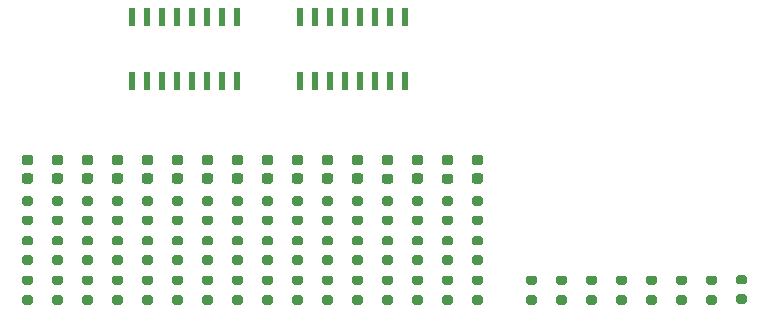
<source format=gbr>
%TF.GenerationSoftware,KiCad,Pcbnew,(5.1.12-1-10_14)*%
%TF.CreationDate,2021-12-12T23:14:55+01:00*%
%TF.ProjectId,Raspberry_modular,52617370-6265-4727-9279-5f6d6f64756c,rev?*%
%TF.SameCoordinates,Original*%
%TF.FileFunction,Paste,Top*%
%TF.FilePolarity,Positive*%
%FSLAX46Y46*%
G04 Gerber Fmt 4.6, Leading zero omitted, Abs format (unit mm)*
G04 Created by KiCad (PCBNEW (5.1.12-1-10_14)) date 2021-12-12 23:14:55*
%MOMM*%
%LPD*%
G01*
G04 APERTURE LIST*
%ADD10R,0.600000X1.650000*%
G04 APERTURE END LIST*
D10*
%TO.C,U3*%
X50762000Y-35362000D03*
X52032000Y-35362000D03*
X53302000Y-35362000D03*
X54572000Y-35362000D03*
X55842000Y-35362000D03*
X57112000Y-35362000D03*
X58382000Y-35362000D03*
X59652000Y-35362000D03*
X59652000Y-40762000D03*
X58382000Y-40762000D03*
X57112000Y-40762000D03*
X55842000Y-40762000D03*
X54572000Y-40762000D03*
X53302000Y-40762000D03*
X52032000Y-40762000D03*
X50762000Y-40762000D03*
%TD*%
%TO.C,U1*%
X36538000Y-35362000D03*
X37808000Y-35362000D03*
X39078000Y-35362000D03*
X40348000Y-35362000D03*
X41618000Y-35362000D03*
X42888000Y-35362000D03*
X44158000Y-35362000D03*
X45428000Y-35362000D03*
X45428000Y-40762000D03*
X44158000Y-40762000D03*
X42888000Y-40762000D03*
X41618000Y-40762000D03*
X40348000Y-40762000D03*
X39078000Y-40762000D03*
X37808000Y-40762000D03*
X36538000Y-40762000D03*
%TD*%
%TO.C,R56*%
G36*
G01*
X80755000Y-59670000D02*
X80205000Y-59670000D01*
G75*
G02*
X80005000Y-59470000I0J200000D01*
G01*
X80005000Y-59070000D01*
G75*
G02*
X80205000Y-58870000I200000J0D01*
G01*
X80755000Y-58870000D01*
G75*
G02*
X80955000Y-59070000I0J-200000D01*
G01*
X80955000Y-59470000D01*
G75*
G02*
X80755000Y-59670000I-200000J0D01*
G01*
G37*
G36*
G01*
X80755000Y-58020000D02*
X80205000Y-58020000D01*
G75*
G02*
X80005000Y-57820000I0J200000D01*
G01*
X80005000Y-57420000D01*
G75*
G02*
X80205000Y-57220000I200000J0D01*
G01*
X80755000Y-57220000D01*
G75*
G02*
X80955000Y-57420000I0J-200000D01*
G01*
X80955000Y-57820000D01*
G75*
G02*
X80755000Y-58020000I-200000J0D01*
G01*
G37*
%TD*%
%TO.C,R55*%
G36*
G01*
X83295000Y-59670000D02*
X82745000Y-59670000D01*
G75*
G02*
X82545000Y-59470000I0J200000D01*
G01*
X82545000Y-59070000D01*
G75*
G02*
X82745000Y-58870000I200000J0D01*
G01*
X83295000Y-58870000D01*
G75*
G02*
X83495000Y-59070000I0J-200000D01*
G01*
X83495000Y-59470000D01*
G75*
G02*
X83295000Y-59670000I-200000J0D01*
G01*
G37*
G36*
G01*
X83295000Y-58020000D02*
X82745000Y-58020000D01*
G75*
G02*
X82545000Y-57820000I0J200000D01*
G01*
X82545000Y-57420000D01*
G75*
G02*
X82745000Y-57220000I200000J0D01*
G01*
X83295000Y-57220000D01*
G75*
G02*
X83495000Y-57420000I0J-200000D01*
G01*
X83495000Y-57820000D01*
G75*
G02*
X83295000Y-58020000I-200000J0D01*
G01*
G37*
%TD*%
%TO.C,R54*%
G36*
G01*
X85835000Y-59670000D02*
X85285000Y-59670000D01*
G75*
G02*
X85085000Y-59470000I0J200000D01*
G01*
X85085000Y-59070000D01*
G75*
G02*
X85285000Y-58870000I200000J0D01*
G01*
X85835000Y-58870000D01*
G75*
G02*
X86035000Y-59070000I0J-200000D01*
G01*
X86035000Y-59470000D01*
G75*
G02*
X85835000Y-59670000I-200000J0D01*
G01*
G37*
G36*
G01*
X85835000Y-58020000D02*
X85285000Y-58020000D01*
G75*
G02*
X85085000Y-57820000I0J200000D01*
G01*
X85085000Y-57420000D01*
G75*
G02*
X85285000Y-57220000I200000J0D01*
G01*
X85835000Y-57220000D01*
G75*
G02*
X86035000Y-57420000I0J-200000D01*
G01*
X86035000Y-57820000D01*
G75*
G02*
X85835000Y-58020000I-200000J0D01*
G01*
G37*
%TD*%
%TO.C,R53*%
G36*
G01*
X88375000Y-59607000D02*
X87825000Y-59607000D01*
G75*
G02*
X87625000Y-59407000I0J200000D01*
G01*
X87625000Y-59007000D01*
G75*
G02*
X87825000Y-58807000I200000J0D01*
G01*
X88375000Y-58807000D01*
G75*
G02*
X88575000Y-59007000I0J-200000D01*
G01*
X88575000Y-59407000D01*
G75*
G02*
X88375000Y-59607000I-200000J0D01*
G01*
G37*
G36*
G01*
X88375000Y-57957000D02*
X87825000Y-57957000D01*
G75*
G02*
X87625000Y-57757000I0J200000D01*
G01*
X87625000Y-57357000D01*
G75*
G02*
X87825000Y-57157000I200000J0D01*
G01*
X88375000Y-57157000D01*
G75*
G02*
X88575000Y-57357000I0J-200000D01*
G01*
X88575000Y-57757000D01*
G75*
G02*
X88375000Y-57957000I-200000J0D01*
G01*
G37*
%TD*%
%TO.C,R52*%
G36*
G01*
X70595000Y-59670000D02*
X70045000Y-59670000D01*
G75*
G02*
X69845000Y-59470000I0J200000D01*
G01*
X69845000Y-59070000D01*
G75*
G02*
X70045000Y-58870000I200000J0D01*
G01*
X70595000Y-58870000D01*
G75*
G02*
X70795000Y-59070000I0J-200000D01*
G01*
X70795000Y-59470000D01*
G75*
G02*
X70595000Y-59670000I-200000J0D01*
G01*
G37*
G36*
G01*
X70595000Y-58020000D02*
X70045000Y-58020000D01*
G75*
G02*
X69845000Y-57820000I0J200000D01*
G01*
X69845000Y-57420000D01*
G75*
G02*
X70045000Y-57220000I200000J0D01*
G01*
X70595000Y-57220000D01*
G75*
G02*
X70795000Y-57420000I0J-200000D01*
G01*
X70795000Y-57820000D01*
G75*
G02*
X70595000Y-58020000I-200000J0D01*
G01*
G37*
%TD*%
%TO.C,R51*%
G36*
G01*
X73135000Y-59670000D02*
X72585000Y-59670000D01*
G75*
G02*
X72385000Y-59470000I0J200000D01*
G01*
X72385000Y-59070000D01*
G75*
G02*
X72585000Y-58870000I200000J0D01*
G01*
X73135000Y-58870000D01*
G75*
G02*
X73335000Y-59070000I0J-200000D01*
G01*
X73335000Y-59470000D01*
G75*
G02*
X73135000Y-59670000I-200000J0D01*
G01*
G37*
G36*
G01*
X73135000Y-58020000D02*
X72585000Y-58020000D01*
G75*
G02*
X72385000Y-57820000I0J200000D01*
G01*
X72385000Y-57420000D01*
G75*
G02*
X72585000Y-57220000I200000J0D01*
G01*
X73135000Y-57220000D01*
G75*
G02*
X73335000Y-57420000I0J-200000D01*
G01*
X73335000Y-57820000D01*
G75*
G02*
X73135000Y-58020000I-200000J0D01*
G01*
G37*
%TD*%
%TO.C,R50*%
G36*
G01*
X75675000Y-59670000D02*
X75125000Y-59670000D01*
G75*
G02*
X74925000Y-59470000I0J200000D01*
G01*
X74925000Y-59070000D01*
G75*
G02*
X75125000Y-58870000I200000J0D01*
G01*
X75675000Y-58870000D01*
G75*
G02*
X75875000Y-59070000I0J-200000D01*
G01*
X75875000Y-59470000D01*
G75*
G02*
X75675000Y-59670000I-200000J0D01*
G01*
G37*
G36*
G01*
X75675000Y-58020000D02*
X75125000Y-58020000D01*
G75*
G02*
X74925000Y-57820000I0J200000D01*
G01*
X74925000Y-57420000D01*
G75*
G02*
X75125000Y-57220000I200000J0D01*
G01*
X75675000Y-57220000D01*
G75*
G02*
X75875000Y-57420000I0J-200000D01*
G01*
X75875000Y-57820000D01*
G75*
G02*
X75675000Y-58020000I-200000J0D01*
G01*
G37*
%TD*%
%TO.C,R49*%
G36*
G01*
X66023000Y-59670000D02*
X65473000Y-59670000D01*
G75*
G02*
X65273000Y-59470000I0J200000D01*
G01*
X65273000Y-59070000D01*
G75*
G02*
X65473000Y-58870000I200000J0D01*
G01*
X66023000Y-58870000D01*
G75*
G02*
X66223000Y-59070000I0J-200000D01*
G01*
X66223000Y-59470000D01*
G75*
G02*
X66023000Y-59670000I-200000J0D01*
G01*
G37*
G36*
G01*
X66023000Y-58020000D02*
X65473000Y-58020000D01*
G75*
G02*
X65273000Y-57820000I0J200000D01*
G01*
X65273000Y-57420000D01*
G75*
G02*
X65473000Y-57220000I200000J0D01*
G01*
X66023000Y-57220000D01*
G75*
G02*
X66223000Y-57420000I0J-200000D01*
G01*
X66223000Y-57820000D01*
G75*
G02*
X66023000Y-58020000I-200000J0D01*
G01*
G37*
%TD*%
%TO.C,R48*%
G36*
G01*
X66023000Y-56305000D02*
X65473000Y-56305000D01*
G75*
G02*
X65273000Y-56105000I0J200000D01*
G01*
X65273000Y-55705000D01*
G75*
G02*
X65473000Y-55505000I200000J0D01*
G01*
X66023000Y-55505000D01*
G75*
G02*
X66223000Y-55705000I0J-200000D01*
G01*
X66223000Y-56105000D01*
G75*
G02*
X66023000Y-56305000I-200000J0D01*
G01*
G37*
G36*
G01*
X66023000Y-54655000D02*
X65473000Y-54655000D01*
G75*
G02*
X65273000Y-54455000I0J200000D01*
G01*
X65273000Y-54055000D01*
G75*
G02*
X65473000Y-53855000I200000J0D01*
G01*
X66023000Y-53855000D01*
G75*
G02*
X66223000Y-54055000I0J-200000D01*
G01*
X66223000Y-54455000D01*
G75*
G02*
X66023000Y-54655000I-200000J0D01*
G01*
G37*
%TD*%
%TO.C,R47*%
G36*
G01*
X66023000Y-52940000D02*
X65473000Y-52940000D01*
G75*
G02*
X65273000Y-52740000I0J200000D01*
G01*
X65273000Y-52340000D01*
G75*
G02*
X65473000Y-52140000I200000J0D01*
G01*
X66023000Y-52140000D01*
G75*
G02*
X66223000Y-52340000I0J-200000D01*
G01*
X66223000Y-52740000D01*
G75*
G02*
X66023000Y-52940000I-200000J0D01*
G01*
G37*
G36*
G01*
X66023000Y-51290000D02*
X65473000Y-51290000D01*
G75*
G02*
X65273000Y-51090000I0J200000D01*
G01*
X65273000Y-50690000D01*
G75*
G02*
X65473000Y-50490000I200000J0D01*
G01*
X66023000Y-50490000D01*
G75*
G02*
X66223000Y-50690000I0J-200000D01*
G01*
X66223000Y-51090000D01*
G75*
G02*
X66023000Y-51290000I-200000J0D01*
G01*
G37*
%TD*%
%TO.C,R46*%
G36*
G01*
X63483000Y-59670000D02*
X62933000Y-59670000D01*
G75*
G02*
X62733000Y-59470000I0J200000D01*
G01*
X62733000Y-59070000D01*
G75*
G02*
X62933000Y-58870000I200000J0D01*
G01*
X63483000Y-58870000D01*
G75*
G02*
X63683000Y-59070000I0J-200000D01*
G01*
X63683000Y-59470000D01*
G75*
G02*
X63483000Y-59670000I-200000J0D01*
G01*
G37*
G36*
G01*
X63483000Y-58020000D02*
X62933000Y-58020000D01*
G75*
G02*
X62733000Y-57820000I0J200000D01*
G01*
X62733000Y-57420000D01*
G75*
G02*
X62933000Y-57220000I200000J0D01*
G01*
X63483000Y-57220000D01*
G75*
G02*
X63683000Y-57420000I0J-200000D01*
G01*
X63683000Y-57820000D01*
G75*
G02*
X63483000Y-58020000I-200000J0D01*
G01*
G37*
%TD*%
%TO.C,R45*%
G36*
G01*
X63483000Y-56305000D02*
X62933000Y-56305000D01*
G75*
G02*
X62733000Y-56105000I0J200000D01*
G01*
X62733000Y-55705000D01*
G75*
G02*
X62933000Y-55505000I200000J0D01*
G01*
X63483000Y-55505000D01*
G75*
G02*
X63683000Y-55705000I0J-200000D01*
G01*
X63683000Y-56105000D01*
G75*
G02*
X63483000Y-56305000I-200000J0D01*
G01*
G37*
G36*
G01*
X63483000Y-54655000D02*
X62933000Y-54655000D01*
G75*
G02*
X62733000Y-54455000I0J200000D01*
G01*
X62733000Y-54055000D01*
G75*
G02*
X62933000Y-53855000I200000J0D01*
G01*
X63483000Y-53855000D01*
G75*
G02*
X63683000Y-54055000I0J-200000D01*
G01*
X63683000Y-54455000D01*
G75*
G02*
X63483000Y-54655000I-200000J0D01*
G01*
G37*
%TD*%
%TO.C,R44*%
G36*
G01*
X63483000Y-52940000D02*
X62933000Y-52940000D01*
G75*
G02*
X62733000Y-52740000I0J200000D01*
G01*
X62733000Y-52340000D01*
G75*
G02*
X62933000Y-52140000I200000J0D01*
G01*
X63483000Y-52140000D01*
G75*
G02*
X63683000Y-52340000I0J-200000D01*
G01*
X63683000Y-52740000D01*
G75*
G02*
X63483000Y-52940000I-200000J0D01*
G01*
G37*
G36*
G01*
X63483000Y-51290000D02*
X62933000Y-51290000D01*
G75*
G02*
X62733000Y-51090000I0J200000D01*
G01*
X62733000Y-50690000D01*
G75*
G02*
X62933000Y-50490000I200000J0D01*
G01*
X63483000Y-50490000D01*
G75*
G02*
X63683000Y-50690000I0J-200000D01*
G01*
X63683000Y-51090000D01*
G75*
G02*
X63483000Y-51290000I-200000J0D01*
G01*
G37*
%TD*%
%TO.C,R43*%
G36*
G01*
X60943000Y-59670000D02*
X60393000Y-59670000D01*
G75*
G02*
X60193000Y-59470000I0J200000D01*
G01*
X60193000Y-59070000D01*
G75*
G02*
X60393000Y-58870000I200000J0D01*
G01*
X60943000Y-58870000D01*
G75*
G02*
X61143000Y-59070000I0J-200000D01*
G01*
X61143000Y-59470000D01*
G75*
G02*
X60943000Y-59670000I-200000J0D01*
G01*
G37*
G36*
G01*
X60943000Y-58020000D02*
X60393000Y-58020000D01*
G75*
G02*
X60193000Y-57820000I0J200000D01*
G01*
X60193000Y-57420000D01*
G75*
G02*
X60393000Y-57220000I200000J0D01*
G01*
X60943000Y-57220000D01*
G75*
G02*
X61143000Y-57420000I0J-200000D01*
G01*
X61143000Y-57820000D01*
G75*
G02*
X60943000Y-58020000I-200000J0D01*
G01*
G37*
%TD*%
%TO.C,R42*%
G36*
G01*
X60943000Y-56305000D02*
X60393000Y-56305000D01*
G75*
G02*
X60193000Y-56105000I0J200000D01*
G01*
X60193000Y-55705000D01*
G75*
G02*
X60393000Y-55505000I200000J0D01*
G01*
X60943000Y-55505000D01*
G75*
G02*
X61143000Y-55705000I0J-200000D01*
G01*
X61143000Y-56105000D01*
G75*
G02*
X60943000Y-56305000I-200000J0D01*
G01*
G37*
G36*
G01*
X60943000Y-54655000D02*
X60393000Y-54655000D01*
G75*
G02*
X60193000Y-54455000I0J200000D01*
G01*
X60193000Y-54055000D01*
G75*
G02*
X60393000Y-53855000I200000J0D01*
G01*
X60943000Y-53855000D01*
G75*
G02*
X61143000Y-54055000I0J-200000D01*
G01*
X61143000Y-54455000D01*
G75*
G02*
X60943000Y-54655000I-200000J0D01*
G01*
G37*
%TD*%
%TO.C,R41*%
G36*
G01*
X60943000Y-52940000D02*
X60393000Y-52940000D01*
G75*
G02*
X60193000Y-52740000I0J200000D01*
G01*
X60193000Y-52340000D01*
G75*
G02*
X60393000Y-52140000I200000J0D01*
G01*
X60943000Y-52140000D01*
G75*
G02*
X61143000Y-52340000I0J-200000D01*
G01*
X61143000Y-52740000D01*
G75*
G02*
X60943000Y-52940000I-200000J0D01*
G01*
G37*
G36*
G01*
X60943000Y-51290000D02*
X60393000Y-51290000D01*
G75*
G02*
X60193000Y-51090000I0J200000D01*
G01*
X60193000Y-50690000D01*
G75*
G02*
X60393000Y-50490000I200000J0D01*
G01*
X60943000Y-50490000D01*
G75*
G02*
X61143000Y-50690000I0J-200000D01*
G01*
X61143000Y-51090000D01*
G75*
G02*
X60943000Y-51290000I-200000J0D01*
G01*
G37*
%TD*%
%TO.C,R40*%
G36*
G01*
X58403000Y-59670000D02*
X57853000Y-59670000D01*
G75*
G02*
X57653000Y-59470000I0J200000D01*
G01*
X57653000Y-59070000D01*
G75*
G02*
X57853000Y-58870000I200000J0D01*
G01*
X58403000Y-58870000D01*
G75*
G02*
X58603000Y-59070000I0J-200000D01*
G01*
X58603000Y-59470000D01*
G75*
G02*
X58403000Y-59670000I-200000J0D01*
G01*
G37*
G36*
G01*
X58403000Y-58020000D02*
X57853000Y-58020000D01*
G75*
G02*
X57653000Y-57820000I0J200000D01*
G01*
X57653000Y-57420000D01*
G75*
G02*
X57853000Y-57220000I200000J0D01*
G01*
X58403000Y-57220000D01*
G75*
G02*
X58603000Y-57420000I0J-200000D01*
G01*
X58603000Y-57820000D01*
G75*
G02*
X58403000Y-58020000I-200000J0D01*
G01*
G37*
%TD*%
%TO.C,R39*%
G36*
G01*
X58403000Y-56305000D02*
X57853000Y-56305000D01*
G75*
G02*
X57653000Y-56105000I0J200000D01*
G01*
X57653000Y-55705000D01*
G75*
G02*
X57853000Y-55505000I200000J0D01*
G01*
X58403000Y-55505000D01*
G75*
G02*
X58603000Y-55705000I0J-200000D01*
G01*
X58603000Y-56105000D01*
G75*
G02*
X58403000Y-56305000I-200000J0D01*
G01*
G37*
G36*
G01*
X58403000Y-54655000D02*
X57853000Y-54655000D01*
G75*
G02*
X57653000Y-54455000I0J200000D01*
G01*
X57653000Y-54055000D01*
G75*
G02*
X57853000Y-53855000I200000J0D01*
G01*
X58403000Y-53855000D01*
G75*
G02*
X58603000Y-54055000I0J-200000D01*
G01*
X58603000Y-54455000D01*
G75*
G02*
X58403000Y-54655000I-200000J0D01*
G01*
G37*
%TD*%
%TO.C,R38*%
G36*
G01*
X58403000Y-52940000D02*
X57853000Y-52940000D01*
G75*
G02*
X57653000Y-52740000I0J200000D01*
G01*
X57653000Y-52340000D01*
G75*
G02*
X57853000Y-52140000I200000J0D01*
G01*
X58403000Y-52140000D01*
G75*
G02*
X58603000Y-52340000I0J-200000D01*
G01*
X58603000Y-52740000D01*
G75*
G02*
X58403000Y-52940000I-200000J0D01*
G01*
G37*
G36*
G01*
X58403000Y-51290000D02*
X57853000Y-51290000D01*
G75*
G02*
X57653000Y-51090000I0J200000D01*
G01*
X57653000Y-50690000D01*
G75*
G02*
X57853000Y-50490000I200000J0D01*
G01*
X58403000Y-50490000D01*
G75*
G02*
X58603000Y-50690000I0J-200000D01*
G01*
X58603000Y-51090000D01*
G75*
G02*
X58403000Y-51290000I-200000J0D01*
G01*
G37*
%TD*%
%TO.C,R37*%
G36*
G01*
X55863000Y-59670000D02*
X55313000Y-59670000D01*
G75*
G02*
X55113000Y-59470000I0J200000D01*
G01*
X55113000Y-59070000D01*
G75*
G02*
X55313000Y-58870000I200000J0D01*
G01*
X55863000Y-58870000D01*
G75*
G02*
X56063000Y-59070000I0J-200000D01*
G01*
X56063000Y-59470000D01*
G75*
G02*
X55863000Y-59670000I-200000J0D01*
G01*
G37*
G36*
G01*
X55863000Y-58020000D02*
X55313000Y-58020000D01*
G75*
G02*
X55113000Y-57820000I0J200000D01*
G01*
X55113000Y-57420000D01*
G75*
G02*
X55313000Y-57220000I200000J0D01*
G01*
X55863000Y-57220000D01*
G75*
G02*
X56063000Y-57420000I0J-200000D01*
G01*
X56063000Y-57820000D01*
G75*
G02*
X55863000Y-58020000I-200000J0D01*
G01*
G37*
%TD*%
%TO.C,R36*%
G36*
G01*
X55863000Y-56305000D02*
X55313000Y-56305000D01*
G75*
G02*
X55113000Y-56105000I0J200000D01*
G01*
X55113000Y-55705000D01*
G75*
G02*
X55313000Y-55505000I200000J0D01*
G01*
X55863000Y-55505000D01*
G75*
G02*
X56063000Y-55705000I0J-200000D01*
G01*
X56063000Y-56105000D01*
G75*
G02*
X55863000Y-56305000I-200000J0D01*
G01*
G37*
G36*
G01*
X55863000Y-54655000D02*
X55313000Y-54655000D01*
G75*
G02*
X55113000Y-54455000I0J200000D01*
G01*
X55113000Y-54055000D01*
G75*
G02*
X55313000Y-53855000I200000J0D01*
G01*
X55863000Y-53855000D01*
G75*
G02*
X56063000Y-54055000I0J-200000D01*
G01*
X56063000Y-54455000D01*
G75*
G02*
X55863000Y-54655000I-200000J0D01*
G01*
G37*
%TD*%
%TO.C,R35*%
G36*
G01*
X55863000Y-52940000D02*
X55313000Y-52940000D01*
G75*
G02*
X55113000Y-52740000I0J200000D01*
G01*
X55113000Y-52340000D01*
G75*
G02*
X55313000Y-52140000I200000J0D01*
G01*
X55863000Y-52140000D01*
G75*
G02*
X56063000Y-52340000I0J-200000D01*
G01*
X56063000Y-52740000D01*
G75*
G02*
X55863000Y-52940000I-200000J0D01*
G01*
G37*
G36*
G01*
X55863000Y-51290000D02*
X55313000Y-51290000D01*
G75*
G02*
X55113000Y-51090000I0J200000D01*
G01*
X55113000Y-50690000D01*
G75*
G02*
X55313000Y-50490000I200000J0D01*
G01*
X55863000Y-50490000D01*
G75*
G02*
X56063000Y-50690000I0J-200000D01*
G01*
X56063000Y-51090000D01*
G75*
G02*
X55863000Y-51290000I-200000J0D01*
G01*
G37*
%TD*%
%TO.C,R34*%
G36*
G01*
X53323000Y-59670000D02*
X52773000Y-59670000D01*
G75*
G02*
X52573000Y-59470000I0J200000D01*
G01*
X52573000Y-59070000D01*
G75*
G02*
X52773000Y-58870000I200000J0D01*
G01*
X53323000Y-58870000D01*
G75*
G02*
X53523000Y-59070000I0J-200000D01*
G01*
X53523000Y-59470000D01*
G75*
G02*
X53323000Y-59670000I-200000J0D01*
G01*
G37*
G36*
G01*
X53323000Y-58020000D02*
X52773000Y-58020000D01*
G75*
G02*
X52573000Y-57820000I0J200000D01*
G01*
X52573000Y-57420000D01*
G75*
G02*
X52773000Y-57220000I200000J0D01*
G01*
X53323000Y-57220000D01*
G75*
G02*
X53523000Y-57420000I0J-200000D01*
G01*
X53523000Y-57820000D01*
G75*
G02*
X53323000Y-58020000I-200000J0D01*
G01*
G37*
%TD*%
%TO.C,R33*%
G36*
G01*
X53323000Y-56305000D02*
X52773000Y-56305000D01*
G75*
G02*
X52573000Y-56105000I0J200000D01*
G01*
X52573000Y-55705000D01*
G75*
G02*
X52773000Y-55505000I200000J0D01*
G01*
X53323000Y-55505000D01*
G75*
G02*
X53523000Y-55705000I0J-200000D01*
G01*
X53523000Y-56105000D01*
G75*
G02*
X53323000Y-56305000I-200000J0D01*
G01*
G37*
G36*
G01*
X53323000Y-54655000D02*
X52773000Y-54655000D01*
G75*
G02*
X52573000Y-54455000I0J200000D01*
G01*
X52573000Y-54055000D01*
G75*
G02*
X52773000Y-53855000I200000J0D01*
G01*
X53323000Y-53855000D01*
G75*
G02*
X53523000Y-54055000I0J-200000D01*
G01*
X53523000Y-54455000D01*
G75*
G02*
X53323000Y-54655000I-200000J0D01*
G01*
G37*
%TD*%
%TO.C,R32*%
G36*
G01*
X53323000Y-52940000D02*
X52773000Y-52940000D01*
G75*
G02*
X52573000Y-52740000I0J200000D01*
G01*
X52573000Y-52340000D01*
G75*
G02*
X52773000Y-52140000I200000J0D01*
G01*
X53323000Y-52140000D01*
G75*
G02*
X53523000Y-52340000I0J-200000D01*
G01*
X53523000Y-52740000D01*
G75*
G02*
X53323000Y-52940000I-200000J0D01*
G01*
G37*
G36*
G01*
X53323000Y-51290000D02*
X52773000Y-51290000D01*
G75*
G02*
X52573000Y-51090000I0J200000D01*
G01*
X52573000Y-50690000D01*
G75*
G02*
X52773000Y-50490000I200000J0D01*
G01*
X53323000Y-50490000D01*
G75*
G02*
X53523000Y-50690000I0J-200000D01*
G01*
X53523000Y-51090000D01*
G75*
G02*
X53323000Y-51290000I-200000J0D01*
G01*
G37*
%TD*%
%TO.C,R31*%
G36*
G01*
X50783000Y-59670000D02*
X50233000Y-59670000D01*
G75*
G02*
X50033000Y-59470000I0J200000D01*
G01*
X50033000Y-59070000D01*
G75*
G02*
X50233000Y-58870000I200000J0D01*
G01*
X50783000Y-58870000D01*
G75*
G02*
X50983000Y-59070000I0J-200000D01*
G01*
X50983000Y-59470000D01*
G75*
G02*
X50783000Y-59670000I-200000J0D01*
G01*
G37*
G36*
G01*
X50783000Y-58020000D02*
X50233000Y-58020000D01*
G75*
G02*
X50033000Y-57820000I0J200000D01*
G01*
X50033000Y-57420000D01*
G75*
G02*
X50233000Y-57220000I200000J0D01*
G01*
X50783000Y-57220000D01*
G75*
G02*
X50983000Y-57420000I0J-200000D01*
G01*
X50983000Y-57820000D01*
G75*
G02*
X50783000Y-58020000I-200000J0D01*
G01*
G37*
%TD*%
%TO.C,R30*%
G36*
G01*
X50783000Y-56305000D02*
X50233000Y-56305000D01*
G75*
G02*
X50033000Y-56105000I0J200000D01*
G01*
X50033000Y-55705000D01*
G75*
G02*
X50233000Y-55505000I200000J0D01*
G01*
X50783000Y-55505000D01*
G75*
G02*
X50983000Y-55705000I0J-200000D01*
G01*
X50983000Y-56105000D01*
G75*
G02*
X50783000Y-56305000I-200000J0D01*
G01*
G37*
G36*
G01*
X50783000Y-54655000D02*
X50233000Y-54655000D01*
G75*
G02*
X50033000Y-54455000I0J200000D01*
G01*
X50033000Y-54055000D01*
G75*
G02*
X50233000Y-53855000I200000J0D01*
G01*
X50783000Y-53855000D01*
G75*
G02*
X50983000Y-54055000I0J-200000D01*
G01*
X50983000Y-54455000D01*
G75*
G02*
X50783000Y-54655000I-200000J0D01*
G01*
G37*
%TD*%
%TO.C,R29*%
G36*
G01*
X50783000Y-52940000D02*
X50233000Y-52940000D01*
G75*
G02*
X50033000Y-52740000I0J200000D01*
G01*
X50033000Y-52340000D01*
G75*
G02*
X50233000Y-52140000I200000J0D01*
G01*
X50783000Y-52140000D01*
G75*
G02*
X50983000Y-52340000I0J-200000D01*
G01*
X50983000Y-52740000D01*
G75*
G02*
X50783000Y-52940000I-200000J0D01*
G01*
G37*
G36*
G01*
X50783000Y-51290000D02*
X50233000Y-51290000D01*
G75*
G02*
X50033000Y-51090000I0J200000D01*
G01*
X50033000Y-50690000D01*
G75*
G02*
X50233000Y-50490000I200000J0D01*
G01*
X50783000Y-50490000D01*
G75*
G02*
X50983000Y-50690000I0J-200000D01*
G01*
X50983000Y-51090000D01*
G75*
G02*
X50783000Y-51290000I-200000J0D01*
G01*
G37*
%TD*%
%TO.C,R28*%
G36*
G01*
X48243000Y-59670000D02*
X47693000Y-59670000D01*
G75*
G02*
X47493000Y-59470000I0J200000D01*
G01*
X47493000Y-59070000D01*
G75*
G02*
X47693000Y-58870000I200000J0D01*
G01*
X48243000Y-58870000D01*
G75*
G02*
X48443000Y-59070000I0J-200000D01*
G01*
X48443000Y-59470000D01*
G75*
G02*
X48243000Y-59670000I-200000J0D01*
G01*
G37*
G36*
G01*
X48243000Y-58020000D02*
X47693000Y-58020000D01*
G75*
G02*
X47493000Y-57820000I0J200000D01*
G01*
X47493000Y-57420000D01*
G75*
G02*
X47693000Y-57220000I200000J0D01*
G01*
X48243000Y-57220000D01*
G75*
G02*
X48443000Y-57420000I0J-200000D01*
G01*
X48443000Y-57820000D01*
G75*
G02*
X48243000Y-58020000I-200000J0D01*
G01*
G37*
%TD*%
%TO.C,R27*%
G36*
G01*
X48243000Y-56305000D02*
X47693000Y-56305000D01*
G75*
G02*
X47493000Y-56105000I0J200000D01*
G01*
X47493000Y-55705000D01*
G75*
G02*
X47693000Y-55505000I200000J0D01*
G01*
X48243000Y-55505000D01*
G75*
G02*
X48443000Y-55705000I0J-200000D01*
G01*
X48443000Y-56105000D01*
G75*
G02*
X48243000Y-56305000I-200000J0D01*
G01*
G37*
G36*
G01*
X48243000Y-54655000D02*
X47693000Y-54655000D01*
G75*
G02*
X47493000Y-54455000I0J200000D01*
G01*
X47493000Y-54055000D01*
G75*
G02*
X47693000Y-53855000I200000J0D01*
G01*
X48243000Y-53855000D01*
G75*
G02*
X48443000Y-54055000I0J-200000D01*
G01*
X48443000Y-54455000D01*
G75*
G02*
X48243000Y-54655000I-200000J0D01*
G01*
G37*
%TD*%
%TO.C,R26*%
G36*
G01*
X48243000Y-52940000D02*
X47693000Y-52940000D01*
G75*
G02*
X47493000Y-52740000I0J200000D01*
G01*
X47493000Y-52340000D01*
G75*
G02*
X47693000Y-52140000I200000J0D01*
G01*
X48243000Y-52140000D01*
G75*
G02*
X48443000Y-52340000I0J-200000D01*
G01*
X48443000Y-52740000D01*
G75*
G02*
X48243000Y-52940000I-200000J0D01*
G01*
G37*
G36*
G01*
X48243000Y-51290000D02*
X47693000Y-51290000D01*
G75*
G02*
X47493000Y-51090000I0J200000D01*
G01*
X47493000Y-50690000D01*
G75*
G02*
X47693000Y-50490000I200000J0D01*
G01*
X48243000Y-50490000D01*
G75*
G02*
X48443000Y-50690000I0J-200000D01*
G01*
X48443000Y-51090000D01*
G75*
G02*
X48243000Y-51290000I-200000J0D01*
G01*
G37*
%TD*%
%TO.C,R25*%
G36*
G01*
X45703000Y-59670000D02*
X45153000Y-59670000D01*
G75*
G02*
X44953000Y-59470000I0J200000D01*
G01*
X44953000Y-59070000D01*
G75*
G02*
X45153000Y-58870000I200000J0D01*
G01*
X45703000Y-58870000D01*
G75*
G02*
X45903000Y-59070000I0J-200000D01*
G01*
X45903000Y-59470000D01*
G75*
G02*
X45703000Y-59670000I-200000J0D01*
G01*
G37*
G36*
G01*
X45703000Y-58020000D02*
X45153000Y-58020000D01*
G75*
G02*
X44953000Y-57820000I0J200000D01*
G01*
X44953000Y-57420000D01*
G75*
G02*
X45153000Y-57220000I200000J0D01*
G01*
X45703000Y-57220000D01*
G75*
G02*
X45903000Y-57420000I0J-200000D01*
G01*
X45903000Y-57820000D01*
G75*
G02*
X45703000Y-58020000I-200000J0D01*
G01*
G37*
%TD*%
%TO.C,R24*%
G36*
G01*
X45703000Y-56305000D02*
X45153000Y-56305000D01*
G75*
G02*
X44953000Y-56105000I0J200000D01*
G01*
X44953000Y-55705000D01*
G75*
G02*
X45153000Y-55505000I200000J0D01*
G01*
X45703000Y-55505000D01*
G75*
G02*
X45903000Y-55705000I0J-200000D01*
G01*
X45903000Y-56105000D01*
G75*
G02*
X45703000Y-56305000I-200000J0D01*
G01*
G37*
G36*
G01*
X45703000Y-54655000D02*
X45153000Y-54655000D01*
G75*
G02*
X44953000Y-54455000I0J200000D01*
G01*
X44953000Y-54055000D01*
G75*
G02*
X45153000Y-53855000I200000J0D01*
G01*
X45703000Y-53855000D01*
G75*
G02*
X45903000Y-54055000I0J-200000D01*
G01*
X45903000Y-54455000D01*
G75*
G02*
X45703000Y-54655000I-200000J0D01*
G01*
G37*
%TD*%
%TO.C,R23*%
G36*
G01*
X45703000Y-52940000D02*
X45153000Y-52940000D01*
G75*
G02*
X44953000Y-52740000I0J200000D01*
G01*
X44953000Y-52340000D01*
G75*
G02*
X45153000Y-52140000I200000J0D01*
G01*
X45703000Y-52140000D01*
G75*
G02*
X45903000Y-52340000I0J-200000D01*
G01*
X45903000Y-52740000D01*
G75*
G02*
X45703000Y-52940000I-200000J0D01*
G01*
G37*
G36*
G01*
X45703000Y-51290000D02*
X45153000Y-51290000D01*
G75*
G02*
X44953000Y-51090000I0J200000D01*
G01*
X44953000Y-50690000D01*
G75*
G02*
X45153000Y-50490000I200000J0D01*
G01*
X45703000Y-50490000D01*
G75*
G02*
X45903000Y-50690000I0J-200000D01*
G01*
X45903000Y-51090000D01*
G75*
G02*
X45703000Y-51290000I-200000J0D01*
G01*
G37*
%TD*%
%TO.C,R22*%
G36*
G01*
X43163000Y-59670000D02*
X42613000Y-59670000D01*
G75*
G02*
X42413000Y-59470000I0J200000D01*
G01*
X42413000Y-59070000D01*
G75*
G02*
X42613000Y-58870000I200000J0D01*
G01*
X43163000Y-58870000D01*
G75*
G02*
X43363000Y-59070000I0J-200000D01*
G01*
X43363000Y-59470000D01*
G75*
G02*
X43163000Y-59670000I-200000J0D01*
G01*
G37*
G36*
G01*
X43163000Y-58020000D02*
X42613000Y-58020000D01*
G75*
G02*
X42413000Y-57820000I0J200000D01*
G01*
X42413000Y-57420000D01*
G75*
G02*
X42613000Y-57220000I200000J0D01*
G01*
X43163000Y-57220000D01*
G75*
G02*
X43363000Y-57420000I0J-200000D01*
G01*
X43363000Y-57820000D01*
G75*
G02*
X43163000Y-58020000I-200000J0D01*
G01*
G37*
%TD*%
%TO.C,R21*%
G36*
G01*
X43163000Y-56305000D02*
X42613000Y-56305000D01*
G75*
G02*
X42413000Y-56105000I0J200000D01*
G01*
X42413000Y-55705000D01*
G75*
G02*
X42613000Y-55505000I200000J0D01*
G01*
X43163000Y-55505000D01*
G75*
G02*
X43363000Y-55705000I0J-200000D01*
G01*
X43363000Y-56105000D01*
G75*
G02*
X43163000Y-56305000I-200000J0D01*
G01*
G37*
G36*
G01*
X43163000Y-54655000D02*
X42613000Y-54655000D01*
G75*
G02*
X42413000Y-54455000I0J200000D01*
G01*
X42413000Y-54055000D01*
G75*
G02*
X42613000Y-53855000I200000J0D01*
G01*
X43163000Y-53855000D01*
G75*
G02*
X43363000Y-54055000I0J-200000D01*
G01*
X43363000Y-54455000D01*
G75*
G02*
X43163000Y-54655000I-200000J0D01*
G01*
G37*
%TD*%
%TO.C,R20*%
G36*
G01*
X43163000Y-52940000D02*
X42613000Y-52940000D01*
G75*
G02*
X42413000Y-52740000I0J200000D01*
G01*
X42413000Y-52340000D01*
G75*
G02*
X42613000Y-52140000I200000J0D01*
G01*
X43163000Y-52140000D01*
G75*
G02*
X43363000Y-52340000I0J-200000D01*
G01*
X43363000Y-52740000D01*
G75*
G02*
X43163000Y-52940000I-200000J0D01*
G01*
G37*
G36*
G01*
X43163000Y-51290000D02*
X42613000Y-51290000D01*
G75*
G02*
X42413000Y-51090000I0J200000D01*
G01*
X42413000Y-50690000D01*
G75*
G02*
X42613000Y-50490000I200000J0D01*
G01*
X43163000Y-50490000D01*
G75*
G02*
X43363000Y-50690000I0J-200000D01*
G01*
X43363000Y-51090000D01*
G75*
G02*
X43163000Y-51290000I-200000J0D01*
G01*
G37*
%TD*%
%TO.C,R19*%
G36*
G01*
X40623000Y-59670000D02*
X40073000Y-59670000D01*
G75*
G02*
X39873000Y-59470000I0J200000D01*
G01*
X39873000Y-59070000D01*
G75*
G02*
X40073000Y-58870000I200000J0D01*
G01*
X40623000Y-58870000D01*
G75*
G02*
X40823000Y-59070000I0J-200000D01*
G01*
X40823000Y-59470000D01*
G75*
G02*
X40623000Y-59670000I-200000J0D01*
G01*
G37*
G36*
G01*
X40623000Y-58020000D02*
X40073000Y-58020000D01*
G75*
G02*
X39873000Y-57820000I0J200000D01*
G01*
X39873000Y-57420000D01*
G75*
G02*
X40073000Y-57220000I200000J0D01*
G01*
X40623000Y-57220000D01*
G75*
G02*
X40823000Y-57420000I0J-200000D01*
G01*
X40823000Y-57820000D01*
G75*
G02*
X40623000Y-58020000I-200000J0D01*
G01*
G37*
%TD*%
%TO.C,R18*%
G36*
G01*
X40623000Y-56305000D02*
X40073000Y-56305000D01*
G75*
G02*
X39873000Y-56105000I0J200000D01*
G01*
X39873000Y-55705000D01*
G75*
G02*
X40073000Y-55505000I200000J0D01*
G01*
X40623000Y-55505000D01*
G75*
G02*
X40823000Y-55705000I0J-200000D01*
G01*
X40823000Y-56105000D01*
G75*
G02*
X40623000Y-56305000I-200000J0D01*
G01*
G37*
G36*
G01*
X40623000Y-54655000D02*
X40073000Y-54655000D01*
G75*
G02*
X39873000Y-54455000I0J200000D01*
G01*
X39873000Y-54055000D01*
G75*
G02*
X40073000Y-53855000I200000J0D01*
G01*
X40623000Y-53855000D01*
G75*
G02*
X40823000Y-54055000I0J-200000D01*
G01*
X40823000Y-54455000D01*
G75*
G02*
X40623000Y-54655000I-200000J0D01*
G01*
G37*
%TD*%
%TO.C,R17*%
G36*
G01*
X40623000Y-52940000D02*
X40073000Y-52940000D01*
G75*
G02*
X39873000Y-52740000I0J200000D01*
G01*
X39873000Y-52340000D01*
G75*
G02*
X40073000Y-52140000I200000J0D01*
G01*
X40623000Y-52140000D01*
G75*
G02*
X40823000Y-52340000I0J-200000D01*
G01*
X40823000Y-52740000D01*
G75*
G02*
X40623000Y-52940000I-200000J0D01*
G01*
G37*
G36*
G01*
X40623000Y-51290000D02*
X40073000Y-51290000D01*
G75*
G02*
X39873000Y-51090000I0J200000D01*
G01*
X39873000Y-50690000D01*
G75*
G02*
X40073000Y-50490000I200000J0D01*
G01*
X40623000Y-50490000D01*
G75*
G02*
X40823000Y-50690000I0J-200000D01*
G01*
X40823000Y-51090000D01*
G75*
G02*
X40623000Y-51290000I-200000J0D01*
G01*
G37*
%TD*%
%TO.C,R16*%
G36*
G01*
X38083000Y-59670000D02*
X37533000Y-59670000D01*
G75*
G02*
X37333000Y-59470000I0J200000D01*
G01*
X37333000Y-59070000D01*
G75*
G02*
X37533000Y-58870000I200000J0D01*
G01*
X38083000Y-58870000D01*
G75*
G02*
X38283000Y-59070000I0J-200000D01*
G01*
X38283000Y-59470000D01*
G75*
G02*
X38083000Y-59670000I-200000J0D01*
G01*
G37*
G36*
G01*
X38083000Y-58020000D02*
X37533000Y-58020000D01*
G75*
G02*
X37333000Y-57820000I0J200000D01*
G01*
X37333000Y-57420000D01*
G75*
G02*
X37533000Y-57220000I200000J0D01*
G01*
X38083000Y-57220000D01*
G75*
G02*
X38283000Y-57420000I0J-200000D01*
G01*
X38283000Y-57820000D01*
G75*
G02*
X38083000Y-58020000I-200000J0D01*
G01*
G37*
%TD*%
%TO.C,R15*%
G36*
G01*
X38083000Y-56305000D02*
X37533000Y-56305000D01*
G75*
G02*
X37333000Y-56105000I0J200000D01*
G01*
X37333000Y-55705000D01*
G75*
G02*
X37533000Y-55505000I200000J0D01*
G01*
X38083000Y-55505000D01*
G75*
G02*
X38283000Y-55705000I0J-200000D01*
G01*
X38283000Y-56105000D01*
G75*
G02*
X38083000Y-56305000I-200000J0D01*
G01*
G37*
G36*
G01*
X38083000Y-54655000D02*
X37533000Y-54655000D01*
G75*
G02*
X37333000Y-54455000I0J200000D01*
G01*
X37333000Y-54055000D01*
G75*
G02*
X37533000Y-53855000I200000J0D01*
G01*
X38083000Y-53855000D01*
G75*
G02*
X38283000Y-54055000I0J-200000D01*
G01*
X38283000Y-54455000D01*
G75*
G02*
X38083000Y-54655000I-200000J0D01*
G01*
G37*
%TD*%
%TO.C,R14*%
G36*
G01*
X38083000Y-52940000D02*
X37533000Y-52940000D01*
G75*
G02*
X37333000Y-52740000I0J200000D01*
G01*
X37333000Y-52340000D01*
G75*
G02*
X37533000Y-52140000I200000J0D01*
G01*
X38083000Y-52140000D01*
G75*
G02*
X38283000Y-52340000I0J-200000D01*
G01*
X38283000Y-52740000D01*
G75*
G02*
X38083000Y-52940000I-200000J0D01*
G01*
G37*
G36*
G01*
X38083000Y-51290000D02*
X37533000Y-51290000D01*
G75*
G02*
X37333000Y-51090000I0J200000D01*
G01*
X37333000Y-50690000D01*
G75*
G02*
X37533000Y-50490000I200000J0D01*
G01*
X38083000Y-50490000D01*
G75*
G02*
X38283000Y-50690000I0J-200000D01*
G01*
X38283000Y-51090000D01*
G75*
G02*
X38083000Y-51290000I-200000J0D01*
G01*
G37*
%TD*%
%TO.C,R13*%
G36*
G01*
X35543000Y-59670000D02*
X34993000Y-59670000D01*
G75*
G02*
X34793000Y-59470000I0J200000D01*
G01*
X34793000Y-59070000D01*
G75*
G02*
X34993000Y-58870000I200000J0D01*
G01*
X35543000Y-58870000D01*
G75*
G02*
X35743000Y-59070000I0J-200000D01*
G01*
X35743000Y-59470000D01*
G75*
G02*
X35543000Y-59670000I-200000J0D01*
G01*
G37*
G36*
G01*
X35543000Y-58020000D02*
X34993000Y-58020000D01*
G75*
G02*
X34793000Y-57820000I0J200000D01*
G01*
X34793000Y-57420000D01*
G75*
G02*
X34993000Y-57220000I200000J0D01*
G01*
X35543000Y-57220000D01*
G75*
G02*
X35743000Y-57420000I0J-200000D01*
G01*
X35743000Y-57820000D01*
G75*
G02*
X35543000Y-58020000I-200000J0D01*
G01*
G37*
%TD*%
%TO.C,R12*%
G36*
G01*
X35543000Y-56305000D02*
X34993000Y-56305000D01*
G75*
G02*
X34793000Y-56105000I0J200000D01*
G01*
X34793000Y-55705000D01*
G75*
G02*
X34993000Y-55505000I200000J0D01*
G01*
X35543000Y-55505000D01*
G75*
G02*
X35743000Y-55705000I0J-200000D01*
G01*
X35743000Y-56105000D01*
G75*
G02*
X35543000Y-56305000I-200000J0D01*
G01*
G37*
G36*
G01*
X35543000Y-54655000D02*
X34993000Y-54655000D01*
G75*
G02*
X34793000Y-54455000I0J200000D01*
G01*
X34793000Y-54055000D01*
G75*
G02*
X34993000Y-53855000I200000J0D01*
G01*
X35543000Y-53855000D01*
G75*
G02*
X35743000Y-54055000I0J-200000D01*
G01*
X35743000Y-54455000D01*
G75*
G02*
X35543000Y-54655000I-200000J0D01*
G01*
G37*
%TD*%
%TO.C,R11*%
G36*
G01*
X35543000Y-52940000D02*
X34993000Y-52940000D01*
G75*
G02*
X34793000Y-52740000I0J200000D01*
G01*
X34793000Y-52340000D01*
G75*
G02*
X34993000Y-52140000I200000J0D01*
G01*
X35543000Y-52140000D01*
G75*
G02*
X35743000Y-52340000I0J-200000D01*
G01*
X35743000Y-52740000D01*
G75*
G02*
X35543000Y-52940000I-200000J0D01*
G01*
G37*
G36*
G01*
X35543000Y-51290000D02*
X34993000Y-51290000D01*
G75*
G02*
X34793000Y-51090000I0J200000D01*
G01*
X34793000Y-50690000D01*
G75*
G02*
X34993000Y-50490000I200000J0D01*
G01*
X35543000Y-50490000D01*
G75*
G02*
X35743000Y-50690000I0J-200000D01*
G01*
X35743000Y-51090000D01*
G75*
G02*
X35543000Y-51290000I-200000J0D01*
G01*
G37*
%TD*%
%TO.C,R10*%
G36*
G01*
X33003000Y-59670000D02*
X32453000Y-59670000D01*
G75*
G02*
X32253000Y-59470000I0J200000D01*
G01*
X32253000Y-59070000D01*
G75*
G02*
X32453000Y-58870000I200000J0D01*
G01*
X33003000Y-58870000D01*
G75*
G02*
X33203000Y-59070000I0J-200000D01*
G01*
X33203000Y-59470000D01*
G75*
G02*
X33003000Y-59670000I-200000J0D01*
G01*
G37*
G36*
G01*
X33003000Y-58020000D02*
X32453000Y-58020000D01*
G75*
G02*
X32253000Y-57820000I0J200000D01*
G01*
X32253000Y-57420000D01*
G75*
G02*
X32453000Y-57220000I200000J0D01*
G01*
X33003000Y-57220000D01*
G75*
G02*
X33203000Y-57420000I0J-200000D01*
G01*
X33203000Y-57820000D01*
G75*
G02*
X33003000Y-58020000I-200000J0D01*
G01*
G37*
%TD*%
%TO.C,R9*%
G36*
G01*
X33003000Y-56305000D02*
X32453000Y-56305000D01*
G75*
G02*
X32253000Y-56105000I0J200000D01*
G01*
X32253000Y-55705000D01*
G75*
G02*
X32453000Y-55505000I200000J0D01*
G01*
X33003000Y-55505000D01*
G75*
G02*
X33203000Y-55705000I0J-200000D01*
G01*
X33203000Y-56105000D01*
G75*
G02*
X33003000Y-56305000I-200000J0D01*
G01*
G37*
G36*
G01*
X33003000Y-54655000D02*
X32453000Y-54655000D01*
G75*
G02*
X32253000Y-54455000I0J200000D01*
G01*
X32253000Y-54055000D01*
G75*
G02*
X32453000Y-53855000I200000J0D01*
G01*
X33003000Y-53855000D01*
G75*
G02*
X33203000Y-54055000I0J-200000D01*
G01*
X33203000Y-54455000D01*
G75*
G02*
X33003000Y-54655000I-200000J0D01*
G01*
G37*
%TD*%
%TO.C,R8*%
G36*
G01*
X33003000Y-52940000D02*
X32453000Y-52940000D01*
G75*
G02*
X32253000Y-52740000I0J200000D01*
G01*
X32253000Y-52340000D01*
G75*
G02*
X32453000Y-52140000I200000J0D01*
G01*
X33003000Y-52140000D01*
G75*
G02*
X33203000Y-52340000I0J-200000D01*
G01*
X33203000Y-52740000D01*
G75*
G02*
X33003000Y-52940000I-200000J0D01*
G01*
G37*
G36*
G01*
X33003000Y-51290000D02*
X32453000Y-51290000D01*
G75*
G02*
X32253000Y-51090000I0J200000D01*
G01*
X32253000Y-50690000D01*
G75*
G02*
X32453000Y-50490000I200000J0D01*
G01*
X33003000Y-50490000D01*
G75*
G02*
X33203000Y-50690000I0J-200000D01*
G01*
X33203000Y-51090000D01*
G75*
G02*
X33003000Y-51290000I-200000J0D01*
G01*
G37*
%TD*%
%TO.C,R7*%
G36*
G01*
X30463000Y-59670000D02*
X29913000Y-59670000D01*
G75*
G02*
X29713000Y-59470000I0J200000D01*
G01*
X29713000Y-59070000D01*
G75*
G02*
X29913000Y-58870000I200000J0D01*
G01*
X30463000Y-58870000D01*
G75*
G02*
X30663000Y-59070000I0J-200000D01*
G01*
X30663000Y-59470000D01*
G75*
G02*
X30463000Y-59670000I-200000J0D01*
G01*
G37*
G36*
G01*
X30463000Y-58020000D02*
X29913000Y-58020000D01*
G75*
G02*
X29713000Y-57820000I0J200000D01*
G01*
X29713000Y-57420000D01*
G75*
G02*
X29913000Y-57220000I200000J0D01*
G01*
X30463000Y-57220000D01*
G75*
G02*
X30663000Y-57420000I0J-200000D01*
G01*
X30663000Y-57820000D01*
G75*
G02*
X30463000Y-58020000I-200000J0D01*
G01*
G37*
%TD*%
%TO.C,R6*%
G36*
G01*
X30463000Y-56305000D02*
X29913000Y-56305000D01*
G75*
G02*
X29713000Y-56105000I0J200000D01*
G01*
X29713000Y-55705000D01*
G75*
G02*
X29913000Y-55505000I200000J0D01*
G01*
X30463000Y-55505000D01*
G75*
G02*
X30663000Y-55705000I0J-200000D01*
G01*
X30663000Y-56105000D01*
G75*
G02*
X30463000Y-56305000I-200000J0D01*
G01*
G37*
G36*
G01*
X30463000Y-54655000D02*
X29913000Y-54655000D01*
G75*
G02*
X29713000Y-54455000I0J200000D01*
G01*
X29713000Y-54055000D01*
G75*
G02*
X29913000Y-53855000I200000J0D01*
G01*
X30463000Y-53855000D01*
G75*
G02*
X30663000Y-54055000I0J-200000D01*
G01*
X30663000Y-54455000D01*
G75*
G02*
X30463000Y-54655000I-200000J0D01*
G01*
G37*
%TD*%
%TO.C,R5*%
G36*
G01*
X30463000Y-52940000D02*
X29913000Y-52940000D01*
G75*
G02*
X29713000Y-52740000I0J200000D01*
G01*
X29713000Y-52340000D01*
G75*
G02*
X29913000Y-52140000I200000J0D01*
G01*
X30463000Y-52140000D01*
G75*
G02*
X30663000Y-52340000I0J-200000D01*
G01*
X30663000Y-52740000D01*
G75*
G02*
X30463000Y-52940000I-200000J0D01*
G01*
G37*
G36*
G01*
X30463000Y-51290000D02*
X29913000Y-51290000D01*
G75*
G02*
X29713000Y-51090000I0J200000D01*
G01*
X29713000Y-50690000D01*
G75*
G02*
X29913000Y-50490000I200000J0D01*
G01*
X30463000Y-50490000D01*
G75*
G02*
X30663000Y-50690000I0J-200000D01*
G01*
X30663000Y-51090000D01*
G75*
G02*
X30463000Y-51290000I-200000J0D01*
G01*
G37*
%TD*%
%TO.C,R4*%
G36*
G01*
X78215000Y-59670000D02*
X77665000Y-59670000D01*
G75*
G02*
X77465000Y-59470000I0J200000D01*
G01*
X77465000Y-59070000D01*
G75*
G02*
X77665000Y-58870000I200000J0D01*
G01*
X78215000Y-58870000D01*
G75*
G02*
X78415000Y-59070000I0J-200000D01*
G01*
X78415000Y-59470000D01*
G75*
G02*
X78215000Y-59670000I-200000J0D01*
G01*
G37*
G36*
G01*
X78215000Y-58020000D02*
X77665000Y-58020000D01*
G75*
G02*
X77465000Y-57820000I0J200000D01*
G01*
X77465000Y-57420000D01*
G75*
G02*
X77665000Y-57220000I200000J0D01*
G01*
X78215000Y-57220000D01*
G75*
G02*
X78415000Y-57420000I0J-200000D01*
G01*
X78415000Y-57820000D01*
G75*
G02*
X78215000Y-58020000I-200000J0D01*
G01*
G37*
%TD*%
%TO.C,R3*%
G36*
G01*
X27923000Y-59670000D02*
X27373000Y-59670000D01*
G75*
G02*
X27173000Y-59470000I0J200000D01*
G01*
X27173000Y-59070000D01*
G75*
G02*
X27373000Y-58870000I200000J0D01*
G01*
X27923000Y-58870000D01*
G75*
G02*
X28123000Y-59070000I0J-200000D01*
G01*
X28123000Y-59470000D01*
G75*
G02*
X27923000Y-59670000I-200000J0D01*
G01*
G37*
G36*
G01*
X27923000Y-58020000D02*
X27373000Y-58020000D01*
G75*
G02*
X27173000Y-57820000I0J200000D01*
G01*
X27173000Y-57420000D01*
G75*
G02*
X27373000Y-57220000I200000J0D01*
G01*
X27923000Y-57220000D01*
G75*
G02*
X28123000Y-57420000I0J-200000D01*
G01*
X28123000Y-57820000D01*
G75*
G02*
X27923000Y-58020000I-200000J0D01*
G01*
G37*
%TD*%
%TO.C,R2*%
G36*
G01*
X27923000Y-56305000D02*
X27373000Y-56305000D01*
G75*
G02*
X27173000Y-56105000I0J200000D01*
G01*
X27173000Y-55705000D01*
G75*
G02*
X27373000Y-55505000I200000J0D01*
G01*
X27923000Y-55505000D01*
G75*
G02*
X28123000Y-55705000I0J-200000D01*
G01*
X28123000Y-56105000D01*
G75*
G02*
X27923000Y-56305000I-200000J0D01*
G01*
G37*
G36*
G01*
X27923000Y-54655000D02*
X27373000Y-54655000D01*
G75*
G02*
X27173000Y-54455000I0J200000D01*
G01*
X27173000Y-54055000D01*
G75*
G02*
X27373000Y-53855000I200000J0D01*
G01*
X27923000Y-53855000D01*
G75*
G02*
X28123000Y-54055000I0J-200000D01*
G01*
X28123000Y-54455000D01*
G75*
G02*
X27923000Y-54655000I-200000J0D01*
G01*
G37*
%TD*%
%TO.C,R1*%
G36*
G01*
X27923000Y-52940000D02*
X27373000Y-52940000D01*
G75*
G02*
X27173000Y-52740000I0J200000D01*
G01*
X27173000Y-52340000D01*
G75*
G02*
X27373000Y-52140000I200000J0D01*
G01*
X27923000Y-52140000D01*
G75*
G02*
X28123000Y-52340000I0J-200000D01*
G01*
X28123000Y-52740000D01*
G75*
G02*
X27923000Y-52940000I-200000J0D01*
G01*
G37*
G36*
G01*
X27923000Y-51290000D02*
X27373000Y-51290000D01*
G75*
G02*
X27173000Y-51090000I0J200000D01*
G01*
X27173000Y-50690000D01*
G75*
G02*
X27373000Y-50490000I200000J0D01*
G01*
X27923000Y-50490000D01*
G75*
G02*
X28123000Y-50690000I0J-200000D01*
G01*
X28123000Y-51090000D01*
G75*
G02*
X27923000Y-51290000I-200000J0D01*
G01*
G37*
%TD*%
%TO.C,D16*%
G36*
G01*
X66004250Y-49421500D02*
X65491750Y-49421500D01*
G75*
G02*
X65273000Y-49202750I0J218750D01*
G01*
X65273000Y-48765250D01*
G75*
G02*
X65491750Y-48546500I218750J0D01*
G01*
X66004250Y-48546500D01*
G75*
G02*
X66223000Y-48765250I0J-218750D01*
G01*
X66223000Y-49202750D01*
G75*
G02*
X66004250Y-49421500I-218750J0D01*
G01*
G37*
G36*
G01*
X66004250Y-47846500D02*
X65491750Y-47846500D01*
G75*
G02*
X65273000Y-47627750I0J218750D01*
G01*
X65273000Y-47190250D01*
G75*
G02*
X65491750Y-46971500I218750J0D01*
G01*
X66004250Y-46971500D01*
G75*
G02*
X66223000Y-47190250I0J-218750D01*
G01*
X66223000Y-47627750D01*
G75*
G02*
X66004250Y-47846500I-218750J0D01*
G01*
G37*
%TD*%
%TO.C,D15*%
G36*
G01*
X63464250Y-49447000D02*
X62951750Y-49447000D01*
G75*
G02*
X62733000Y-49228250I0J218750D01*
G01*
X62733000Y-48790750D01*
G75*
G02*
X62951750Y-48572000I218750J0D01*
G01*
X63464250Y-48572000D01*
G75*
G02*
X63683000Y-48790750I0J-218750D01*
G01*
X63683000Y-49228250D01*
G75*
G02*
X63464250Y-49447000I-218750J0D01*
G01*
G37*
G36*
G01*
X63464250Y-47872000D02*
X62951750Y-47872000D01*
G75*
G02*
X62733000Y-47653250I0J218750D01*
G01*
X62733000Y-47215750D01*
G75*
G02*
X62951750Y-46997000I218750J0D01*
G01*
X63464250Y-46997000D01*
G75*
G02*
X63683000Y-47215750I0J-218750D01*
G01*
X63683000Y-47653250D01*
G75*
G02*
X63464250Y-47872000I-218750J0D01*
G01*
G37*
%TD*%
%TO.C,D14*%
G36*
G01*
X60924250Y-49421500D02*
X60411750Y-49421500D01*
G75*
G02*
X60193000Y-49202750I0J218750D01*
G01*
X60193000Y-48765250D01*
G75*
G02*
X60411750Y-48546500I218750J0D01*
G01*
X60924250Y-48546500D01*
G75*
G02*
X61143000Y-48765250I0J-218750D01*
G01*
X61143000Y-49202750D01*
G75*
G02*
X60924250Y-49421500I-218750J0D01*
G01*
G37*
G36*
G01*
X60924250Y-47846500D02*
X60411750Y-47846500D01*
G75*
G02*
X60193000Y-47627750I0J218750D01*
G01*
X60193000Y-47190250D01*
G75*
G02*
X60411750Y-46971500I218750J0D01*
G01*
X60924250Y-46971500D01*
G75*
G02*
X61143000Y-47190250I0J-218750D01*
G01*
X61143000Y-47627750D01*
G75*
G02*
X60924250Y-47846500I-218750J0D01*
G01*
G37*
%TD*%
%TO.C,D13*%
G36*
G01*
X58384250Y-49447000D02*
X57871750Y-49447000D01*
G75*
G02*
X57653000Y-49228250I0J218750D01*
G01*
X57653000Y-48790750D01*
G75*
G02*
X57871750Y-48572000I218750J0D01*
G01*
X58384250Y-48572000D01*
G75*
G02*
X58603000Y-48790750I0J-218750D01*
G01*
X58603000Y-49228250D01*
G75*
G02*
X58384250Y-49447000I-218750J0D01*
G01*
G37*
G36*
G01*
X58384250Y-47872000D02*
X57871750Y-47872000D01*
G75*
G02*
X57653000Y-47653250I0J218750D01*
G01*
X57653000Y-47215750D01*
G75*
G02*
X57871750Y-46997000I218750J0D01*
G01*
X58384250Y-46997000D01*
G75*
G02*
X58603000Y-47215750I0J-218750D01*
G01*
X58603000Y-47653250D01*
G75*
G02*
X58384250Y-47872000I-218750J0D01*
G01*
G37*
%TD*%
%TO.C,D12*%
G36*
G01*
X55844250Y-49421500D02*
X55331750Y-49421500D01*
G75*
G02*
X55113000Y-49202750I0J218750D01*
G01*
X55113000Y-48765250D01*
G75*
G02*
X55331750Y-48546500I218750J0D01*
G01*
X55844250Y-48546500D01*
G75*
G02*
X56063000Y-48765250I0J-218750D01*
G01*
X56063000Y-49202750D01*
G75*
G02*
X55844250Y-49421500I-218750J0D01*
G01*
G37*
G36*
G01*
X55844250Y-47846500D02*
X55331750Y-47846500D01*
G75*
G02*
X55113000Y-47627750I0J218750D01*
G01*
X55113000Y-47190250D01*
G75*
G02*
X55331750Y-46971500I218750J0D01*
G01*
X55844250Y-46971500D01*
G75*
G02*
X56063000Y-47190250I0J-218750D01*
G01*
X56063000Y-47627750D01*
G75*
G02*
X55844250Y-47846500I-218750J0D01*
G01*
G37*
%TD*%
%TO.C,D11*%
G36*
G01*
X53304250Y-49421500D02*
X52791750Y-49421500D01*
G75*
G02*
X52573000Y-49202750I0J218750D01*
G01*
X52573000Y-48765250D01*
G75*
G02*
X52791750Y-48546500I218750J0D01*
G01*
X53304250Y-48546500D01*
G75*
G02*
X53523000Y-48765250I0J-218750D01*
G01*
X53523000Y-49202750D01*
G75*
G02*
X53304250Y-49421500I-218750J0D01*
G01*
G37*
G36*
G01*
X53304250Y-47846500D02*
X52791750Y-47846500D01*
G75*
G02*
X52573000Y-47627750I0J218750D01*
G01*
X52573000Y-47190250D01*
G75*
G02*
X52791750Y-46971500I218750J0D01*
G01*
X53304250Y-46971500D01*
G75*
G02*
X53523000Y-47190250I0J-218750D01*
G01*
X53523000Y-47627750D01*
G75*
G02*
X53304250Y-47846500I-218750J0D01*
G01*
G37*
%TD*%
%TO.C,D10*%
G36*
G01*
X50764250Y-49421500D02*
X50251750Y-49421500D01*
G75*
G02*
X50033000Y-49202750I0J218750D01*
G01*
X50033000Y-48765250D01*
G75*
G02*
X50251750Y-48546500I218750J0D01*
G01*
X50764250Y-48546500D01*
G75*
G02*
X50983000Y-48765250I0J-218750D01*
G01*
X50983000Y-49202750D01*
G75*
G02*
X50764250Y-49421500I-218750J0D01*
G01*
G37*
G36*
G01*
X50764250Y-47846500D02*
X50251750Y-47846500D01*
G75*
G02*
X50033000Y-47627750I0J218750D01*
G01*
X50033000Y-47190250D01*
G75*
G02*
X50251750Y-46971500I218750J0D01*
G01*
X50764250Y-46971500D01*
G75*
G02*
X50983000Y-47190250I0J-218750D01*
G01*
X50983000Y-47627750D01*
G75*
G02*
X50764250Y-47846500I-218750J0D01*
G01*
G37*
%TD*%
%TO.C,D9*%
G36*
G01*
X48224250Y-49421500D02*
X47711750Y-49421500D01*
G75*
G02*
X47493000Y-49202750I0J218750D01*
G01*
X47493000Y-48765250D01*
G75*
G02*
X47711750Y-48546500I218750J0D01*
G01*
X48224250Y-48546500D01*
G75*
G02*
X48443000Y-48765250I0J-218750D01*
G01*
X48443000Y-49202750D01*
G75*
G02*
X48224250Y-49421500I-218750J0D01*
G01*
G37*
G36*
G01*
X48224250Y-47846500D02*
X47711750Y-47846500D01*
G75*
G02*
X47493000Y-47627750I0J218750D01*
G01*
X47493000Y-47190250D01*
G75*
G02*
X47711750Y-46971500I218750J0D01*
G01*
X48224250Y-46971500D01*
G75*
G02*
X48443000Y-47190250I0J-218750D01*
G01*
X48443000Y-47627750D01*
G75*
G02*
X48224250Y-47846500I-218750J0D01*
G01*
G37*
%TD*%
%TO.C,D8*%
G36*
G01*
X45684250Y-49421500D02*
X45171750Y-49421500D01*
G75*
G02*
X44953000Y-49202750I0J218750D01*
G01*
X44953000Y-48765250D01*
G75*
G02*
X45171750Y-48546500I218750J0D01*
G01*
X45684250Y-48546500D01*
G75*
G02*
X45903000Y-48765250I0J-218750D01*
G01*
X45903000Y-49202750D01*
G75*
G02*
X45684250Y-49421500I-218750J0D01*
G01*
G37*
G36*
G01*
X45684250Y-47846500D02*
X45171750Y-47846500D01*
G75*
G02*
X44953000Y-47627750I0J218750D01*
G01*
X44953000Y-47190250D01*
G75*
G02*
X45171750Y-46971500I218750J0D01*
G01*
X45684250Y-46971500D01*
G75*
G02*
X45903000Y-47190250I0J-218750D01*
G01*
X45903000Y-47627750D01*
G75*
G02*
X45684250Y-47846500I-218750J0D01*
G01*
G37*
%TD*%
%TO.C,D7*%
G36*
G01*
X43144250Y-49421500D02*
X42631750Y-49421500D01*
G75*
G02*
X42413000Y-49202750I0J218750D01*
G01*
X42413000Y-48765250D01*
G75*
G02*
X42631750Y-48546500I218750J0D01*
G01*
X43144250Y-48546500D01*
G75*
G02*
X43363000Y-48765250I0J-218750D01*
G01*
X43363000Y-49202750D01*
G75*
G02*
X43144250Y-49421500I-218750J0D01*
G01*
G37*
G36*
G01*
X43144250Y-47846500D02*
X42631750Y-47846500D01*
G75*
G02*
X42413000Y-47627750I0J218750D01*
G01*
X42413000Y-47190250D01*
G75*
G02*
X42631750Y-46971500I218750J0D01*
G01*
X43144250Y-46971500D01*
G75*
G02*
X43363000Y-47190250I0J-218750D01*
G01*
X43363000Y-47627750D01*
G75*
G02*
X43144250Y-47846500I-218750J0D01*
G01*
G37*
%TD*%
%TO.C,D6*%
G36*
G01*
X40604250Y-49421500D02*
X40091750Y-49421500D01*
G75*
G02*
X39873000Y-49202750I0J218750D01*
G01*
X39873000Y-48765250D01*
G75*
G02*
X40091750Y-48546500I218750J0D01*
G01*
X40604250Y-48546500D01*
G75*
G02*
X40823000Y-48765250I0J-218750D01*
G01*
X40823000Y-49202750D01*
G75*
G02*
X40604250Y-49421500I-218750J0D01*
G01*
G37*
G36*
G01*
X40604250Y-47846500D02*
X40091750Y-47846500D01*
G75*
G02*
X39873000Y-47627750I0J218750D01*
G01*
X39873000Y-47190250D01*
G75*
G02*
X40091750Y-46971500I218750J0D01*
G01*
X40604250Y-46971500D01*
G75*
G02*
X40823000Y-47190250I0J-218750D01*
G01*
X40823000Y-47627750D01*
G75*
G02*
X40604250Y-47846500I-218750J0D01*
G01*
G37*
%TD*%
%TO.C,D5*%
G36*
G01*
X38064250Y-49421500D02*
X37551750Y-49421500D01*
G75*
G02*
X37333000Y-49202750I0J218750D01*
G01*
X37333000Y-48765250D01*
G75*
G02*
X37551750Y-48546500I218750J0D01*
G01*
X38064250Y-48546500D01*
G75*
G02*
X38283000Y-48765250I0J-218750D01*
G01*
X38283000Y-49202750D01*
G75*
G02*
X38064250Y-49421500I-218750J0D01*
G01*
G37*
G36*
G01*
X38064250Y-47846500D02*
X37551750Y-47846500D01*
G75*
G02*
X37333000Y-47627750I0J218750D01*
G01*
X37333000Y-47190250D01*
G75*
G02*
X37551750Y-46971500I218750J0D01*
G01*
X38064250Y-46971500D01*
G75*
G02*
X38283000Y-47190250I0J-218750D01*
G01*
X38283000Y-47627750D01*
G75*
G02*
X38064250Y-47846500I-218750J0D01*
G01*
G37*
%TD*%
%TO.C,D4*%
G36*
G01*
X35524250Y-49421500D02*
X35011750Y-49421500D01*
G75*
G02*
X34793000Y-49202750I0J218750D01*
G01*
X34793000Y-48765250D01*
G75*
G02*
X35011750Y-48546500I218750J0D01*
G01*
X35524250Y-48546500D01*
G75*
G02*
X35743000Y-48765250I0J-218750D01*
G01*
X35743000Y-49202750D01*
G75*
G02*
X35524250Y-49421500I-218750J0D01*
G01*
G37*
G36*
G01*
X35524250Y-47846500D02*
X35011750Y-47846500D01*
G75*
G02*
X34793000Y-47627750I0J218750D01*
G01*
X34793000Y-47190250D01*
G75*
G02*
X35011750Y-46971500I218750J0D01*
G01*
X35524250Y-46971500D01*
G75*
G02*
X35743000Y-47190250I0J-218750D01*
G01*
X35743000Y-47627750D01*
G75*
G02*
X35524250Y-47846500I-218750J0D01*
G01*
G37*
%TD*%
%TO.C,D3*%
G36*
G01*
X32984250Y-49421500D02*
X32471750Y-49421500D01*
G75*
G02*
X32253000Y-49202750I0J218750D01*
G01*
X32253000Y-48765250D01*
G75*
G02*
X32471750Y-48546500I218750J0D01*
G01*
X32984250Y-48546500D01*
G75*
G02*
X33203000Y-48765250I0J-218750D01*
G01*
X33203000Y-49202750D01*
G75*
G02*
X32984250Y-49421500I-218750J0D01*
G01*
G37*
G36*
G01*
X32984250Y-47846500D02*
X32471750Y-47846500D01*
G75*
G02*
X32253000Y-47627750I0J218750D01*
G01*
X32253000Y-47190250D01*
G75*
G02*
X32471750Y-46971500I218750J0D01*
G01*
X32984250Y-46971500D01*
G75*
G02*
X33203000Y-47190250I0J-218750D01*
G01*
X33203000Y-47627750D01*
G75*
G02*
X32984250Y-47846500I-218750J0D01*
G01*
G37*
%TD*%
%TO.C,D2*%
G36*
G01*
X30444250Y-49421500D02*
X29931750Y-49421500D01*
G75*
G02*
X29713000Y-49202750I0J218750D01*
G01*
X29713000Y-48765250D01*
G75*
G02*
X29931750Y-48546500I218750J0D01*
G01*
X30444250Y-48546500D01*
G75*
G02*
X30663000Y-48765250I0J-218750D01*
G01*
X30663000Y-49202750D01*
G75*
G02*
X30444250Y-49421500I-218750J0D01*
G01*
G37*
G36*
G01*
X30444250Y-47846500D02*
X29931750Y-47846500D01*
G75*
G02*
X29713000Y-47627750I0J218750D01*
G01*
X29713000Y-47190250D01*
G75*
G02*
X29931750Y-46971500I218750J0D01*
G01*
X30444250Y-46971500D01*
G75*
G02*
X30663000Y-47190250I0J-218750D01*
G01*
X30663000Y-47627750D01*
G75*
G02*
X30444250Y-47846500I-218750J0D01*
G01*
G37*
%TD*%
%TO.C,D1*%
G36*
G01*
X27904250Y-49421500D02*
X27391750Y-49421500D01*
G75*
G02*
X27173000Y-49202750I0J218750D01*
G01*
X27173000Y-48765250D01*
G75*
G02*
X27391750Y-48546500I218750J0D01*
G01*
X27904250Y-48546500D01*
G75*
G02*
X28123000Y-48765250I0J-218750D01*
G01*
X28123000Y-49202750D01*
G75*
G02*
X27904250Y-49421500I-218750J0D01*
G01*
G37*
G36*
G01*
X27904250Y-47846500D02*
X27391750Y-47846500D01*
G75*
G02*
X27173000Y-47627750I0J218750D01*
G01*
X27173000Y-47190250D01*
G75*
G02*
X27391750Y-46971500I218750J0D01*
G01*
X27904250Y-46971500D01*
G75*
G02*
X28123000Y-47190250I0J-218750D01*
G01*
X28123000Y-47627750D01*
G75*
G02*
X27904250Y-47846500I-218750J0D01*
G01*
G37*
%TD*%
M02*

</source>
